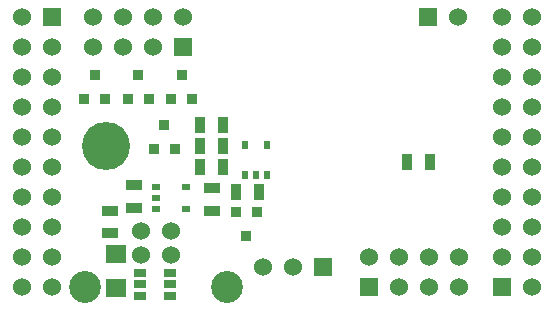
<source format=gts>
G04 (created by PCBNEW (2013-may-18)-stable) date Вт 14 июн 2016 11:11:36*
%MOIN*%
G04 Gerber Fmt 3.4, Leading zero omitted, Abs format*
%FSLAX34Y34*%
G01*
G70*
G90*
G04 APERTURE LIST*
%ADD10C,0.00590551*%
%ADD11R,0.06X0.06*%
%ADD12C,0.06*%
%ADD13R,0.036X0.036*%
%ADD14R,0.0394X0.0276*%
%ADD15R,0.02X0.03*%
%ADD16R,0.03X0.02*%
%ADD17R,0.035X0.055*%
%ADD18R,0.055X0.035*%
%ADD19C,0.16*%
%ADD20R,0.0709X0.0629*%
%ADD21C,0.1063*%
G04 APERTURE END LIST*
G54D10*
G54D11*
X41287Y-27767D03*
G54D12*
X42287Y-27767D03*
X41287Y-26767D03*
X42287Y-26767D03*
X41287Y-25767D03*
X42287Y-25767D03*
X41287Y-24767D03*
X42287Y-24767D03*
X41287Y-23767D03*
X42287Y-23767D03*
X41287Y-22767D03*
X42287Y-22767D03*
X41287Y-21767D03*
X42287Y-21767D03*
X41287Y-20767D03*
X42287Y-20767D03*
X41287Y-19767D03*
X42287Y-19767D03*
X41287Y-18767D03*
X42287Y-18767D03*
G54D11*
X26287Y-18767D03*
G54D12*
X25287Y-18767D03*
X26287Y-19767D03*
X25287Y-19767D03*
X26287Y-20767D03*
X25287Y-20767D03*
X26287Y-21767D03*
X25287Y-21767D03*
X26287Y-22767D03*
X25287Y-22767D03*
X26287Y-23767D03*
X25287Y-23767D03*
X26287Y-24767D03*
X25287Y-24767D03*
X26287Y-25767D03*
X25287Y-25767D03*
X26287Y-26767D03*
X25287Y-26767D03*
X26287Y-27767D03*
X25287Y-27767D03*
G54D13*
X28050Y-21500D03*
X27350Y-21500D03*
X27700Y-20700D03*
X30375Y-23175D03*
X29675Y-23175D03*
X30025Y-22375D03*
X29500Y-21500D03*
X28800Y-21500D03*
X29150Y-20700D03*
X32400Y-25250D03*
X33100Y-25250D03*
X32750Y-26050D03*
X30950Y-21500D03*
X30250Y-21500D03*
X30600Y-20700D03*
G54D14*
X30225Y-27300D03*
X30225Y-27675D03*
X30225Y-28050D03*
X29225Y-28050D03*
X29225Y-27675D03*
X29225Y-27300D03*
G54D15*
X32700Y-24025D03*
X33450Y-24025D03*
X32700Y-23025D03*
X33075Y-24025D03*
X33450Y-23025D03*
G54D16*
X29750Y-24425D03*
X29750Y-25175D03*
X30750Y-24425D03*
X29750Y-24800D03*
X30750Y-25175D03*
G54D17*
X31975Y-23750D03*
X31225Y-23750D03*
X38875Y-23600D03*
X38125Y-23600D03*
G54D18*
X31600Y-25225D03*
X31600Y-24475D03*
X29000Y-25125D03*
X29000Y-24375D03*
X28200Y-25975D03*
X28200Y-25225D03*
G54D17*
X31975Y-22350D03*
X31225Y-22350D03*
X31975Y-23050D03*
X31225Y-23050D03*
X32425Y-24600D03*
X33175Y-24600D03*
G54D11*
X36850Y-27750D03*
G54D12*
X36850Y-26750D03*
X37850Y-27750D03*
X37850Y-26750D03*
X38850Y-27750D03*
X38850Y-26750D03*
X39850Y-27750D03*
X39850Y-26750D03*
G54D11*
X35325Y-27100D03*
G54D12*
X34325Y-27100D03*
X33325Y-27100D03*
G54D11*
X38800Y-18750D03*
G54D12*
X39800Y-18750D03*
G54D19*
X28075Y-23075D03*
G54D20*
X28425Y-27784D03*
X28425Y-26666D03*
G54D11*
X30650Y-19750D03*
G54D12*
X30650Y-18750D03*
X29650Y-19750D03*
X29650Y-18750D03*
X28650Y-19750D03*
X28650Y-18750D03*
X27650Y-19750D03*
X27650Y-18750D03*
X29250Y-25900D03*
X30250Y-25900D03*
X30250Y-26687D03*
X29250Y-26687D03*
G54D21*
X27388Y-27750D03*
X32112Y-27750D03*
M02*

</source>
